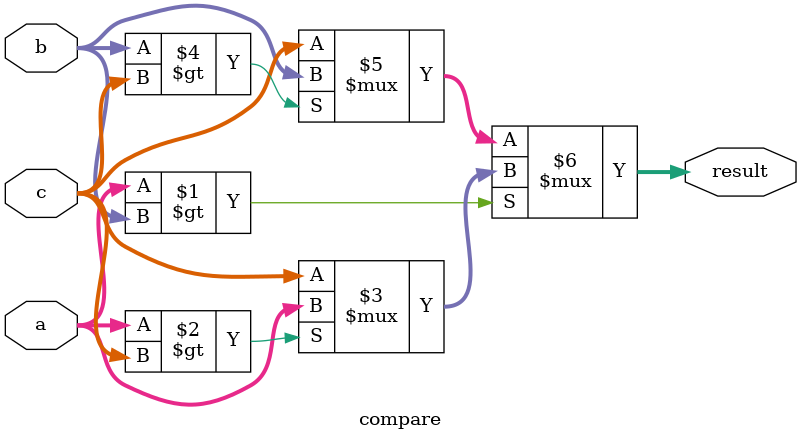
<source format=v>
module compare(
input [3:0] a,
input[3:0] b,
input[3:0] c,
output [3:0]result);
assign result = (a>b)?((a>c)?a:c):((b>c)?b:c);

endmodule

</source>
